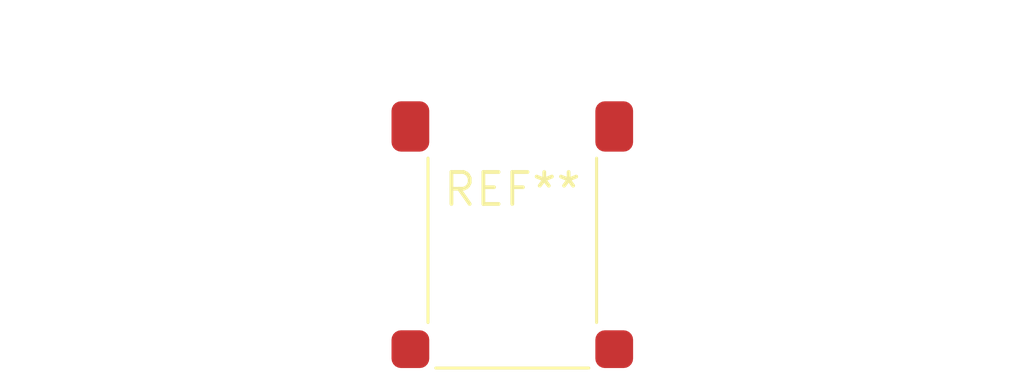
<source format=kicad_pcb>
(kicad_pcb (version 20240108) (generator pcbnew)
  (layers (0 "F.Cu" signal) (31 "B.Cu" signal) (34 "B.Paste" user) (35 "F.Paste" user) (36 "B.SilkS" user "B.Silkscreen") (37 "F.SilkS" user "F.Silkscreen") (38 "B.Mask" user) (39 "F.Mask" user) (44 "Edge.Cuts" user))
  (net 0 "")
  (footprint "Jack_3.5mm_Lumberg_1503_02_Horizontal" (layer "F.Cu") (at 0 0)
    (property "Reference" "REF**")
    (property "Value" "Jack_3.5mm_Lumberg_1503_02_Horizontal")
    (fp_line (start -3.35 -1.24) (end -3.35 5.29) (layer "F.SilkS") (stroke (width 0.12)))
    (fp_line (start 3.04 7.1) (end -3.04 7.1) (layer "F.SilkS") (stroke (width 0.12)))
    (fp_line (start 3.35 -1.24) (end 3.35 5.29) (layer "F.SilkS") (stroke (width 0.12)))
    (pad "" np_thru_hole circle (at -2.5 2.5) (size 1.2 1.2) (drill 1.2) (layers F&B.Cu *.Mask))
    (pad "" np_thru_hole circle (at 2.5 2.5) (size 1.2 1.2) (drill 1.2) (layers F&B.Cu *.Mask))
    (pad "R" smd roundrect (at 4.05 6.35) (size 1.5 1.5) (layers "F.Cu" "F.Paste" "F.Mask"))
    (pad "S" smd roundrect (at -4.05 6.35) (size 1.5 1.5) (layers "F.Cu" "F.Paste" "F.Mask"))
    (pad "T" smd roundrect (at -4.05 -2.5) (size 1.5 2) (layers "F.Cu" "F.Paste" "F.Mask"))
    (pad "T" smd roundrect (at 4.05 -2.5) (size 1.5 2) (layers "F.Cu" "F.Paste" "F.Mask"))
  )
)
</source>
